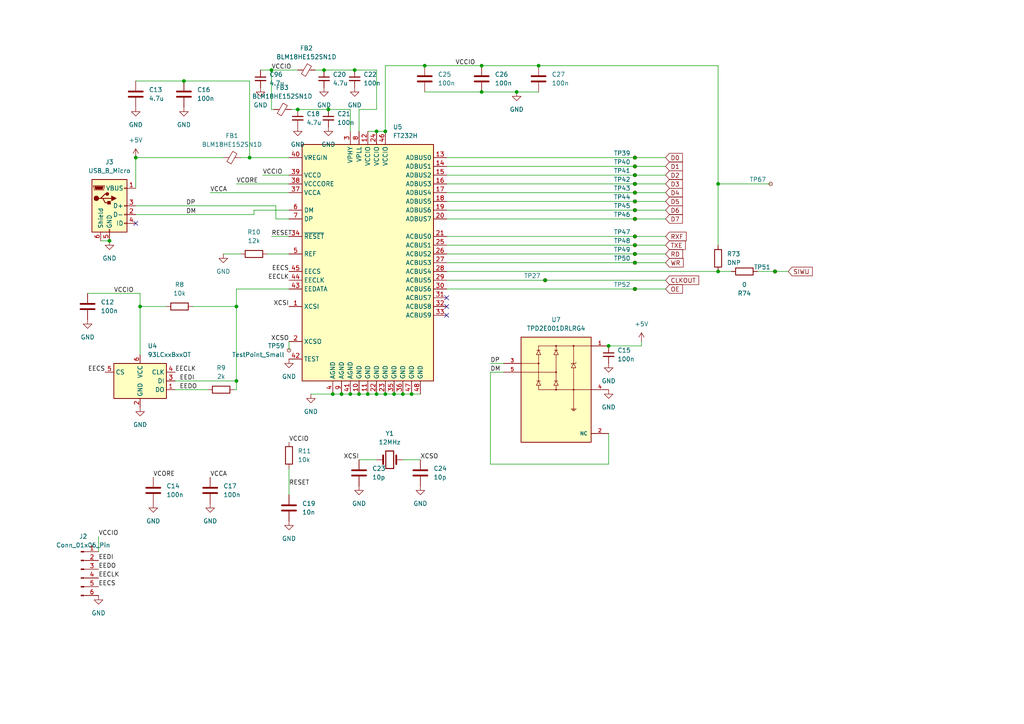
<source format=kicad_sch>
(kicad_sch (version 20231120) (generator "eeschema") (generator_version "8.0")
  (paper "A4")
  (lib_symbols
    (symbol "Connector:Conn_01x06_Pin" (pin_names (offset 1.016) hide)
      (property "Reference" "J" (at 0 7.62 0))
      (property "Value" "Conn_01x06_Pin" (at 0 -10.16 0))
      (symbol "Conn_01x06_Pin_1_1"
        (polyline (pts (xy 1.27 -7.62) (xy 0.8636 -7.62)) (stroke (width 0.1524)))
        (polyline (pts (xy 1.27 -5.08) (xy 0.8636 -5.08)) (stroke (width 0.1524)))
        (polyline (pts (xy 1.27 -2.54) (xy 0.8636 -2.54)) (stroke (width 0.1524)))
        (polyline (pts (xy 1.27 0) (xy 0.8636 0)) (stroke (width 0.1524)))
        (polyline (pts (xy 1.27 2.54) (xy 0.8636 2.54)) (stroke (width 0.1524)))
        (polyline (pts (xy 1.27 5.08) (xy 0.8636 5.08)) (stroke (width 0.1524)))
        (rectangle (start 0.8636 -7.493) (end 0 -7.747) (stroke (width 0.1524)) (fill (type outline)))
        (rectangle (start 0.8636 -4.953) (end 0 -5.207) (stroke (width 0.1524)) (fill (type outline)))
        (rectangle (start 0.8636 -2.413) (end 0 -2.667) (stroke (width 0.1524)) (fill (type outline)))
        (rectangle (start 0.8636 0.127) (end 0 -0.127) (stroke (width 0.1524)) (fill (type outline)))
        (rectangle (start 0.8636 2.667) (end 0 2.413) (stroke (width 0.1524)) (fill (type outline)))
        (rectangle (start 0.8636 5.207) (end 0 4.953) (stroke (width 0.1524)) (fill (type outline)))
        (pin passive line (at 5.08 5.08 180) (length 3.81) (name "Pin_1") (number "1"))
        (pin passive line (at 5.08 2.54 180) (length 3.81) (name "Pin_2") (number "2"))
        (pin passive line (at 5.08 0 180) (length 3.81) (name "Pin_3") (number "3"))
        (pin passive line (at 5.08 -2.54 180) (length 3.81) (name "Pin_4") (number "4"))
        (pin passive line (at 5.08 -5.08 180) (length 3.81) (name "Pin_5") (number "5"))
        (pin passive line (at 5.08 -7.62 180) (length 3.81) (name "Pin_6") (number "6"))
      )
    )
    (symbol "Connector:TestPoint_Small" (pin_numbers hide) (pin_names (offset 0.762) hide)
      (property "Reference" "TP" (at 0 3.81 0))
      (property "Value" "TestPoint_Small" (at 0 2.032 0))
      (symbol "TestPoint_Small_0_1"
        (circle (center 0 0) (radius 0.508))
      )
      (symbol "TestPoint_Small_1_1"
        (pin passive line (at 0 0 90) (length 0) (name "1") (number "1"))
      )
    )
    (symbol "Connector:USB_B_Micro" (pin_names (offset 1.016))
      (property "Reference" "J" (at -5.08 11.43 0))
      (property "Value" "USB_B_Micro" (at -5.08 8.89 0))
      (symbol "USB_B_Micro_0_1"
        (rectangle (start -5.08 -7.62) (end 5.08 7.62) (stroke (width 0.254)) (fill (type background)))
        (circle (center -3.81 2.159) (radius 0.635) (stroke (width 0.254)) (fill (type outline)))
        (circle (center -0.635 3.429) (radius 0.381) (stroke (width 0.254)) (fill (type outline)))
        (rectangle (start -0.127 -7.62) (end 0.127 -6.858))
        (polyline (pts (xy -1.905 2.159) (xy 0.635 2.159)) (stroke (width 0.254)))
        (polyline (pts (xy -3.175 2.159) (xy -2.54 2.159) (xy -1.27 3.429) (xy -0.635 3.429)) (stroke (width 0.254)))
        (polyline (pts (xy -2.54 2.159) (xy -1.905 2.159) (xy -1.27 0.889) (xy 0 0.889)) (stroke (width 0.254)))
        (polyline (pts (xy 0.635 2.794) (xy 0.635 1.524) (xy 1.905 2.159) (xy 0.635 2.794)) (stroke (width 0.254)) (fill (type outline)))
        (polyline (pts (xy -4.318 5.588) (xy -1.778 5.588) (xy -2.032 4.826) (xy -4.064 4.826) (xy -4.318 5.588)) (fill (type outline)))
        (polyline (pts (xy -4.699 5.842) (xy -4.699 5.588) (xy -4.445 4.826) (xy -4.445 4.572) (xy -1.651 4.572) (xy -1.651 4.826) (xy -1.397 5.588) (xy -1.397 5.842) (xy -4.699 5.842)))
        (rectangle (start 0.254 1.27) (end -0.508 0.508) (stroke (width 0.254)) (fill (type outline)))
        (rectangle (start 5.08 -5.207) (end 4.318 -4.953))
        (rectangle (start 5.08 -2.667) (end 4.318 -2.413))
        (rectangle (start 5.08 -0.127) (end 4.318 0.127))
        (rectangle (start 5.08 4.953) (end 4.318 5.207))
      )
      (symbol "USB_B_Micro_1_1"
        (pin power_out line (at 7.62 5.08 180) (length 2.54) (name "VBUS") (number "1"))
        (pin bidirectional line (at 7.62 -2.54 180) (length 2.54) (name "D-") (number "2"))
        (pin bidirectional line (at 7.62 0 180) (length 2.54) (name "D+") (number "3"))
        (pin passive line (at 7.62 -5.08 180) (length 2.54) (name "ID") (number "4"))
        (pin power_out line (at 0 -10.16 90) (length 2.54) (name "GND") (number "5"))
        (pin passive line (at -2.54 -10.16 90) (length 2.54) (name "Shield") (number "6"))
      )
    )
    (symbol "Device:C" (pin_numbers hide) (pin_names (offset 0.254))
      (property "Reference" "C" (at 0.635 2.54 0))
      (property "Value" "C" (at 0.635 -2.54 0))
      (symbol "C_0_1"
        (polyline (pts (xy -2.032 -0.762) (xy 2.032 -0.762)) (stroke (width 0.508)))
        (polyline (pts (xy -2.032 0.762) (xy 2.032 0.762)) (stroke (width 0.508)))
      )
      (symbol "C_1_1"
        (pin passive line (at 0 3.81 270) (length 2.794) (name "~") (number "1"))
        (pin passive line (at 0 -3.81 90) (length 2.794) (name "~") (number "2"))
      )
    )
    (symbol "Device:C_Small" (pin_numbers hide) (pin_names (offset 0.254) hide)
      (property "Reference" "C" (at 0.254 1.778 0))
      (property "Value" "C_Small" (at 0.254 -2.032 0))
      (symbol "C_Small_0_1"
        (polyline (pts (xy -1.524 -0.508) (xy 1.524 -0.508)) (stroke (width 0.3302)))
        (polyline (pts (xy -1.524 0.508) (xy 1.524 0.508)) (stroke (width 0.3048)))
      )
      (symbol "C_Small_1_1"
        (pin passive line (at 0 2.54 270) (length 2.032) (name "~") (number "1"))
        (pin passive line (at 0 -2.54 90) (length 2.032) (name "~") (number "2"))
      )
    )
    (symbol "Device:Crystal" (pin_numbers hide) (pin_names (offset 1.016) hide)
      (property "Reference" "Y" (at 0 3.81 0))
      (property "Value" "Crystal" (at 0 -3.81 0))
      (symbol "Crystal_0_1"
        (rectangle (start -1.143 2.54) (end 1.143 -2.54) (stroke (width 0.3048)))
        (polyline (pts (xy -2.54 0) (xy -1.905 0)))
        (polyline (pts (xy -1.905 -1.27) (xy -1.905 1.27)) (stroke (width 0.508)))
        (polyline (pts (xy 1.905 -1.27) (xy 1.905 1.27)) (stroke (width 0.508)))
        (polyline (pts (xy 2.54 0) (xy 1.905 0)))
      )
      (symbol "Crystal_1_1"
        (pin passive line (at -3.81 0 0) (length 1.27) (name "1") (number "1"))
        (pin passive line (at 3.81 0 180) (length 1.27) (name "2") (number "2"))
      )
    )
    (symbol "Device:FerriteBead_Small" (pin_numbers hide) (pin_names (offset 0))
      (property "Reference" "FB" (at 1.905 1.27 0))
      (property "Value" "FerriteBead_Small" (at 1.905 -1.27 0))
      (symbol "FerriteBead_Small_0_1"
        (polyline (pts (xy 0 -1.27) (xy 0 -0.7874)))
        (polyline (pts (xy 0 0.889) (xy 0 1.2954)))
        (polyline (pts (xy -1.8288 0.2794) (xy -1.1176 1.4986) (xy 1.8288 -0.2032) (xy 1.1176 -1.4224) (xy -1.8288 0.2794)))
      )
      (symbol "FerriteBead_Small_1_1"
        (pin passive line (at 0 2.54 270) (length 1.27) (name "~") (number "1"))
        (pin passive line (at 0 -2.54 90) (length 1.27) (name "~") (number "2"))
      )
    )
    (symbol "Device:R" (pin_numbers hide) (pin_names (offset 0))
      (property "Reference" "R" (at 2.032 0 90))
      (property "Value" "R" (at 0 0 90))
      (symbol "R_0_1"
        (rectangle (start -1.016 -2.54) (end 1.016 2.54) (stroke (width 0.254)))
      )
      (symbol "R_1_1"
        (pin passive line (at 0 3.81 270) (length 1.27) (name "~") (number "1"))
        (pin passive line (at 0 -3.81 90) (length 1.27) (name "~") (number "2"))
      )
    )
    (symbol "Interface_USB:FT232H"
      (property "Reference" "U" (at -19.05 35.56 0))
      (property "Value" "FT232H" (at 12.7 35.56 0))
      (symbol "FT232H_0_1"
        (rectangle (start -19.05 34.29) (end 19.05 -34.29) (stroke (width 0.254)) (fill (type background)))
      )
      (symbol "FT232H_1_1"
        (pin input line (at -22.86 -12.7 0) (length 3.81) (name "XCSI") (number "1"))
        (pin power_in line (at -2.54 -38.1 90) (length 3.81) (name "GND") (number "10"))
        (pin power_in line (at 0 -38.1 90) (length 3.81) (name "GND") (number "11"))
        (pin power_in line (at 0 38.1 270) (length 3.81) (name "VCCIO") (number "12"))
        (pin bidirectional line (at 22.86 30.48 180) (length 3.81) (name "ADBUS0") (number "13"))
        (pin bidirectional line (at 22.86 27.94 180) (length 3.81) (name "ADBUS1") (number "14"))
        (pin bidirectional line (at 22.86 25.4 180) (length 3.81) (name "ADBUS2") (number "15"))
        (pin bidirectional line (at 22.86 22.86 180) (length 3.81) (name "ADBUS3") (number "16"))
        (pin bidirectional line (at 22.86 20.32 180) (length 3.81) (name "ADBUS4") (number "17"))
        (pin bidirectional line (at 22.86 17.78 180) (length 3.81) (name "ADBUS5") (number "18"))
        (pin bidirectional line (at 22.86 15.24 180) (length 3.81) (name "ADBUS6") (number "19"))
        (pin output line (at -22.86 -22.86 0) (length 3.81) (name "XCSO") (number "2"))
        (pin bidirectional line (at 22.86 12.7 180) (length 3.81) (name "ADBUS7") (number "20"))
        (pin bidirectional line (at 22.86 7.62 180) (length 3.81) (name "ACBUS0") (number "21"))
        (pin power_in line (at 2.54 -38.1 90) (length 3.81) (name "GND") (number "22"))
        (pin power_in line (at 5.08 -38.1 90) (length 3.81) (name "GND") (number "23"))
        (pin power_in line (at 2.54 38.1 270) (length 3.81) (name "VCCIO") (number "24"))
        (pin bidirectional line (at 22.86 5.08 180) (length 3.81) (name "ACBUS1") (number "25"))
        (pin bidirectional line (at 22.86 2.54 180) (length 3.81) (name "ACBUS2") (number "26"))
        (pin bidirectional line (at 22.86 0 180) (length 3.81) (name "ACBUS3") (number "27"))
        (pin bidirectional line (at 22.86 -2.54 180) (length 3.81) (name "ACBUS4") (number "28"))
        (pin bidirectional line (at 22.86 -5.08 180) (length 3.81) (name "ACBUS5") (number "29"))
        (pin power_in line (at -5.08 38.1 270) (length 3.81) (name "VPHY") (number "3"))
        (pin bidirectional line (at 22.86 -7.62 180) (length 3.81) (name "ACBUS6") (number "30"))
        (pin bidirectional line (at 22.86 -10.16 180) (length 3.81) (name "ACBUS7") (number "31"))
        (pin bidirectional line (at 22.86 -12.7 180) (length 3.81) (name "ACBUS8") (number "32"))
        (pin bidirectional line (at 22.86 -15.24 180) (length 3.81) (name "ACBUS9") (number "33"))
        (pin input line (at -22.86 7.62 0) (length 3.81) (name "~{RESET}") (number "34"))
        (pin power_in line (at 7.62 -38.1 90) (length 3.81) (name "GND") (number "35"))
        (pin power_in line (at 10.16 -38.1 90) (length 3.81) (name "GND") (number "36"))
        (pin power_out line (at -22.86 20.32 0) (length 3.81) (name "VCCA") (number "37"))
        (pin power_out line (at -22.86 22.86 0) (length 3.81) (name "VCCCORE") (number "38"))
        (pin power_in line (at -22.86 25.4 0) (length 3.81) (name "VCCD") (number "39"))
        (pin power_in line (at -10.16 -38.1 90) (length 3.81) (name "AGND") (number "4"))
        (pin power_in line (at -22.86 30.48 0) (length 3.81) (name "VREGIN") (number "40"))
        (pin power_in line (at -5.08 -38.1 90) (length 3.81) (name "AGND") (number "41"))
        (pin input line (at -22.86 -27.94 0) (length 3.81) (name "TEST") (number "42"))
        (pin bidirectional line (at -22.86 -7.62 0) (length 3.81) (name "EEDATA") (number "43"))
        (pin input line (at -22.86 -5.08 0) (length 3.81) (name "EECLK") (number "44"))
        (pin input line (at -22.86 -2.54 0) (length 3.81) (name "EECS") (number "45"))
        (pin power_in line (at 5.08 38.1 270) (length 3.81) (name "VCCIO") (number "46"))
        (pin power_in line (at 12.7 -38.1 90) (length 3.81) (name "GND") (number "47"))
        (pin power_in line (at 15.24 -38.1 90) (length 3.81) (name "GND") (number "48"))
        (pin input line (at -22.86 2.54 0) (length 3.81) (name "REF") (number "5"))
        (pin bidirectional line (at -22.86 15.24 0) (length 3.81) (name "DM") (number "6"))
        (pin bidirectional line (at -22.86 12.7 0) (length 3.81) (name "DP") (number "7"))
        (pin power_in line (at -2.54 38.1 270) (length 3.81) (name "VPLL") (number "8"))
        (pin power_in line (at -7.62 -38.1 90) (length 3.81) (name "AGND") (number "9"))
      )
    )
    (symbol "Memory_EEPROM:93LCxxBxxOT"
      (property "Reference" "U" (at -6.35 6.35 0))
      (property "Value" "93LCxxBxxOT" (at 7.62 -6.35 0))
      (symbol "93LCxxBxxOT_0_1"
        (rectangle (start -7.62 5.08) (end 7.62 -5.08) (stroke (width 0.254)) (fill (type background)))
      )
      (symbol "93LCxxBxxOT_1_1"
        (pin tri_state line (at 10.16 -2.54 180) (length 2.54) (name "DO") (number "1"))
        (pin power_in line (at 0 -7.62 90) (length 2.54) (name "GND") (number "2"))
        (pin input line (at 10.16 0 180) (length 2.54) (name "DI") (number "3"))
        (pin input line (at 10.16 2.54 180) (length 2.54) (name "CLK") (number "4"))
        (pin input line (at -10.16 2.54 0) (length 2.54) (name "CS") (number "5"))
        (pin power_in line (at 0 7.62 270) (length 2.54) (name "VCC") (number "6"))
      )
    )
    (symbol "TPD2E001:TPD2E001DRLRG4" (pin_names (offset 1.016))
      (property "Reference" "U7" (at 0 20.32 0))
      (property "Value" "TPD2E001DRLRG4" (at 0 17.78 0))
      (symbol "TPD2E001DRLRG4_0_0"
        (rectangle (start -10.16 -15.24) (end 10.16 15.24) (stroke (width 0.254)) (fill (type background)))
        (circle (center -5.08 7.62) (radius 0.127) (stroke (width 0.254)))
        (polyline (pts (xy -5.715 1.27) (xy -5.08 1.27)) (stroke (width 0.1524)))
        (polyline (pts (xy -5.715 10.16) (xy -5.08 10.16)) (stroke (width 0.1524)))
        (polyline (pts (xy -5.08 0) (xy 0 0)) (stroke (width 0.1524)))
        (polyline (pts (xy -5.08 1.27) (xy -5.08 0)) (stroke (width 0.1524)))
        (polyline (pts (xy -5.08 1.27) (xy -4.445 1.27)) (stroke (width 0.1524)))
        (polyline (pts (xy -5.08 2.54) (xy -5.715 1.27)) (stroke (width 0.1524)))
        (polyline (pts (xy -5.08 2.54) (xy -5.588 2.54)) (stroke (width 0.1524)))
        (polyline (pts (xy -5.08 7.62) (xy -10.16 7.62)) (stroke (width 0.1524)))
        (polyline (pts (xy -5.08 7.62) (xy -5.08 2.54)) (stroke (width 0.1524)))
        (polyline (pts (xy -5.08 10.16) (xy -5.08 7.62)) (stroke (width 0.1524)))
        (polyline (pts (xy -5.08 10.16) (xy -4.445 10.16)) (stroke (width 0.1524)))
        (polyline (pts (xy -5.08 11.43) (xy -5.715 10.16)) (stroke (width 0.1524)))
        (polyline (pts (xy -5.08 11.43) (xy -5.588 11.43)) (stroke (width 0.1524)))
        (polyline (pts (xy -5.08 11.43) (xy -5.08 12.7)) (stroke (width 0.1524)))
        (polyline (pts (xy -5.08 12.7) (xy 0 12.7)) (stroke (width 0.1524)))
        (polyline (pts (xy -4.572 2.54) (xy -5.08 2.54)) (stroke (width 0.1524)))
        (polyline (pts (xy -4.572 11.43) (xy -5.08 11.43)) (stroke (width 0.1524)))
        (polyline (pts (xy -4.445 1.27) (xy -5.08 2.54)) (stroke (width 0.1524)))
        (polyline (pts (xy -4.445 10.16) (xy -5.08 11.43)) (stroke (width 0.1524)))
        (polyline (pts (xy -0.635 1.27) (xy 0 1.27)) (stroke (width 0.1524)))
        (polyline (pts (xy -0.635 10.16) (xy 0 10.16)) (stroke (width 0.1524)))
        (polyline (pts (xy 0 0) (xy 5.08 0)) (stroke (width 0.1524)))
        (polyline (pts (xy 0 1.27) (xy 0 0)) (stroke (width 0.1524)))
        (polyline (pts (xy 0 1.27) (xy 0.635 1.27)) (stroke (width 0.1524)))
        (polyline (pts (xy 0 2.54) (xy -0.635 1.27)) (stroke (width 0.1524)))
        (polyline (pts (xy 0 2.54) (xy -0.508 2.54)) (stroke (width 0.1524)))
        (polyline (pts (xy 0 5.08) (xy -10.16 5.08)) (stroke (width 0.1524)))
        (polyline (pts (xy 0 5.08) (xy 0 2.54)) (stroke (width 0.1524)))
        (polyline (pts (xy 0 10.16) (xy 0 5.08)) (stroke (width 0.1524)))
        (polyline (pts (xy 0 10.16) (xy 0.635 10.16)) (stroke (width 0.1524)))
        (polyline (pts (xy 0 11.43) (xy -0.635 10.16)) (stroke (width 0.1524)))
        (polyline (pts (xy 0 11.43) (xy -0.508 11.43)) (stroke (width 0.1524)))
        (polyline (pts (xy 0 11.43) (xy 0 12.7)) (stroke (width 0.1524)))
        (polyline (pts (xy 0 12.7) (xy 5.08 12.7)) (stroke (width 0.1524)))
        (polyline (pts (xy 0.508 2.54) (xy 0 2.54)) (stroke (width 0.1524)))
        (polyline (pts (xy 0.508 11.43) (xy 0 11.43)) (stroke (width 0.1524)))
        (polyline (pts (xy 0.635 1.27) (xy 0 2.54)) (stroke (width 0.1524)))
        (polyline (pts (xy 0.635 10.16) (xy 0 11.43)) (stroke (width 0.1524)))
        (polyline (pts (xy 4.445 6.35) (xy 5.715 6.35)) (stroke (width 0.1524)))
        (polyline (pts (xy 4.572 -5.842) (xy 5.588 -5.842)) (stroke (width 0.1524)))
        (polyline (pts (xy 4.572 7.62) (xy 4.318 7.366)) (stroke (width 0.1524)))
        (polyline (pts (xy 4.572 7.62) (xy 5.08 7.62)) (stroke (width 0.1524)))
        (polyline (pts (xy 4.826 -6.096) (xy 5.334 -6.096)) (stroke (width 0.1524)))
        (polyline (pts (xy 5.08 -5.588) (xy 4.318 -5.588)) (stroke (width 0.1524)))
        (polyline (pts (xy 5.08 -5.588) (xy 5.842 -5.588)) (stroke (width 0.1524)))
        (polyline (pts (xy 5.08 0) (xy 5.08 -5.588)) (stroke (width 0.1524)))
        (polyline (pts (xy 5.08 0) (xy 10.16 0)) (stroke (width 0.1524)))
        (polyline (pts (xy 5.08 6.35) (xy 5.08 0)) (stroke (width 0.1524)))
        (polyline (pts (xy 5.08 7.62) (xy 4.445 6.35)) (stroke (width 0.1524)))
        (polyline (pts (xy 5.08 7.62) (xy 5.08 12.7)) (stroke (width 0.1524)))
        (polyline (pts (xy 5.08 7.62) (xy 5.588 7.62)) (stroke (width 0.1524)))
        (polyline (pts (xy 5.08 12.7) (xy 10.16 12.7)) (stroke (width 0.1524)))
        (polyline (pts (xy 5.588 7.62) (xy 5.842 7.874)) (stroke (width 0.1524)))
        (polyline (pts (xy 5.715 6.35) (xy 5.08 7.62)) (stroke (width 0.1524)))
        (circle (center 0 0) (radius 0.127) (stroke (width 0.254)))
        (circle (center 0 5.08) (radius 0.127) (stroke (width 0.254)))
        (circle (center 0 12.7) (radius 0.127) (stroke (width 0.254)))
        (circle (center 5.08 0) (radius 0.127) (stroke (width 0.254)))
        (circle (center 5.08 12.7) (radius 0.127) (stroke (width 0.254)))
        (pin power_in line (at 15.24 12.7 180) (length 5.08) (name "~") (number "1"))
        (pin bidirectional line (at -15.24 7.62 0) (length 5.08) (name "~") (number "3"))
        (pin power_in line (at 15.24 0 180) (length 5.08) (name "~") (number "4"))
        (pin bidirectional line (at -15.24 5.08 0) (length 5.08) (name "~") (number "5"))
      )
      (symbol "TPD2E001DRLRG4_1_0"
        (pin input line (at 15.24 -12.7 180) (length 5.08) (name "NC") (number "2"))
      )
    )
    (symbol "power:+5V" (power) (pin_names (offset 0))
      (property "Value" "+5V" (at 0 3.556 0))
      (symbol "+5V_0_1"
        (polyline (pts (xy -0.762 1.27) (xy 0 2.54)))
        (polyline (pts (xy 0 0) (xy 0 2.54)))
        (polyline (pts (xy 0 2.54) (xy 0.762 1.27)))
      )
      (symbol "+5V_1_1"
        (pin power_in line (at 0 0 90) (length 0) hide (name "+5V") (number "1"))
      )
    )
    (symbol "power:GND" (power) (pin_names (offset 0))
      (property "Value" "GND" (at 0 -3.81 0))
      (symbol "GND_0_1"
        (polyline (pts (xy 0 0) (xy 0 -1.27) (xy 1.27 -1.27) (xy 0 -2.54) (xy -1.27 -1.27) (xy 0 -1.27)))
      )
      (symbol "GND_1_1"
        (pin power_in line (at 0 0 270) (length 0) hide (name "GND") (number "1"))
      )
    )
  )
  (junction (at 184.15 63.5))
  (junction (at 95.25 31.75))
  (junction (at 102.87 20.32))
  (junction (at 111.76 38.1))
  (junction (at 119.38 114.3))
  (junction (at 184.15 76.2))
  (junction (at 184.15 83.82))
  (junction (at 184.15 55.88))
  (junction (at 104.14 114.3))
  (junction (at 114.3 114.3))
  (junction (at 68.58 110.49))
  (junction (at 96.52 114.3))
  (junction (at 93.98 20.32))
  (junction (at 78.74 20.32))
  (junction (at 40.64 88.9))
  (junction (at 111.76 114.3))
  (junction (at 208.28 53.34))
  (junction (at 184.15 60.96))
  (junction (at 184.15 45.72))
  (junction (at 184.15 48.26))
  (junction (at 123.19 19.05))
  (junction (at 184.15 71.12))
  (junction (at 184.15 58.42))
  (junction (at 176.53 100.33))
  (junction (at 156.21 19.05))
  (junction (at 184.15 73.66))
  (junction (at 158.115 81.28))
  (junction (at 39.37 45.72))
  (junction (at 31.75 69.85))
  (junction (at 116.84 114.3))
  (junction (at 208.28 78.74))
  (junction (at 139.7 19.05))
  (junction (at 109.22 114.3))
  (junction (at 184.15 68.58))
  (junction (at 184.15 53.34))
  (junction (at 139.7 26.67))
  (junction (at 106.68 114.3))
  (junction (at 68.58 88.9))
  (junction (at 53.34 23.495))
  (junction (at 149.86 26.67))
  (junction (at 86.36 31.75))
  (junction (at 184.15 50.8))
  (junction (at 224.79 78.74))
  (junction (at 72.39 45.72))
  (junction (at 99.06 114.3))
  (junction (at 109.22 38.1))
  (junction (at 101.6 114.3))
  (no_connect (at 39.37 64.77))
  (no_connect (at 129.54 86.36))
  (no_connect (at 129.54 88.9))
  (no_connect (at 129.54 91.44))
  (wire (pts (xy 55.88 88.9) (xy 68.58 88.9)))
  (wire (pts (xy 78.74 20.32) (xy 86.36 20.32)))
  (wire (pts (xy 78.74 20.32) (xy 78.74 31.75)))
  (wire (pts (xy 73.66 62.23) (xy 73.66 60.96)))
  (wire (pts (xy 184.15 53.34) (xy 193.04 53.34)))
  (wire (pts (xy 186.055 99.06) (xy 186.055 100.33)))
  (wire (pts (xy 104.14 31.75) (xy 109.22 31.75)))
  (wire (pts (xy 129.54 45.72) (xy 184.15 45.72)))
  (wire (pts (xy 80.01 63.5) (xy 80.01 59.69)))
  (wire (pts (xy 68.58 113.03) (xy 68.58 110.49)))
  (wire (pts (xy 123.19 26.67) (xy 139.7 26.67)))
  (wire (pts (xy 39.37 45.72) (xy 64.77 45.72)))
  (wire (pts (xy 139.7 26.67) (xy 149.86 26.67)))
  (wire (pts (xy 129.54 53.34) (xy 184.15 53.34)))
  (wire (pts (xy 142.24 105.41) (xy 146.05 105.41)))
  (wire (pts (xy 40.64 88.9) (xy 40.64 102.87)))
  (wire (pts (xy 184.15 68.58) (xy 193.04 68.58)))
  (wire (pts (xy 67.945 113.03) (xy 68.58 113.03)))
  (wire (pts (xy 129.54 60.96) (xy 184.15 60.96)))
  (wire (pts (xy 60.96 55.88) (xy 83.82 55.88)))
  (wire (pts (xy 69.85 45.72) (xy 72.39 45.72)))
  (wire (pts (xy 101.6 114.3) (xy 104.14 114.3)))
  (wire (pts (xy 75.565 20.32) (xy 78.74 20.32)))
  (wire (pts (xy 224.79 78.74) (xy 228.6 78.74)))
  (wire (pts (xy 84.455 31.75) (xy 86.36 31.75)))
  (wire (pts (xy 208.28 19.05) (xy 208.28 53.34)))
  (wire (pts (xy 149.86 26.67) (xy 156.21 26.67)))
  (wire (pts (xy 129.54 55.88) (xy 184.15 55.88)))
  (wire (pts (xy 111.76 19.05) (xy 111.76 38.1)))
  (wire (pts (xy 176.53 134.62) (xy 142.24 134.62)))
  (wire (pts (xy 116.84 114.3) (xy 119.38 114.3)))
  (wire (pts (xy 29.21 69.85) (xy 31.75 69.85)))
  (wire (pts (xy 40.64 88.9) (xy 48.26 88.9)))
  (wire (pts (xy 184.15 76.2) (xy 193.04 76.2)))
  (wire (pts (xy 90.17 114.3) (xy 96.52 114.3)))
  (wire (pts (xy 219.71 78.74) (xy 224.79 78.74)))
  (wire (pts (xy 111.76 114.3) (xy 114.3 114.3)))
  (wire (pts (xy 53.34 23.495) (xy 72.39 23.495)))
  (wire (pts (xy 106.68 38.1) (xy 109.22 38.1)))
  (wire (pts (xy 114.3 114.3) (xy 116.84 114.3)))
  (wire (pts (xy 208.28 53.34) (xy 223.52 53.34)))
  (wire (pts (xy 50.8 113.03) (xy 60.325 113.03)))
  (wire (pts (xy 95.25 31.75) (xy 101.6 31.75)))
  (wire (pts (xy 184.15 63.5) (xy 193.04 63.5)))
  (wire (pts (xy 106.68 114.3) (xy 109.22 114.3)))
  (wire (pts (xy 184.15 48.26) (xy 193.04 48.26)))
  (wire (pts (xy 123.19 19.05) (xy 139.7 19.05)))
  (wire (pts (xy 184.15 60.96) (xy 193.04 60.96)))
  (wire (pts (xy 25.4 85.09) (xy 40.64 85.09)))
  (wire (pts (xy 129.54 71.12) (xy 184.15 71.12)))
  (wire (pts (xy 39.37 23.495) (xy 53.34 23.495)))
  (wire (pts (xy 102.87 20.32) (xy 109.22 20.32)))
  (wire (pts (xy 68.58 83.82) (xy 68.58 88.9)))
  (wire (pts (xy 104.14 38.1) (xy 104.14 31.75)))
  (wire (pts (xy 104.14 114.3) (xy 106.68 114.3)))
  (wire (pts (xy 129.54 68.58) (xy 184.15 68.58)))
  (wire (pts (xy 156.21 19.05) (xy 208.28 19.05)))
  (wire (pts (xy 139.7 19.05) (xy 156.21 19.05)))
  (wire (pts (xy 101.6 31.75) (xy 101.6 38.1)))
  (wire (pts (xy 40.64 85.09) (xy 40.64 88.9)))
  (wire (pts (xy 129.54 50.8) (xy 184.15 50.8)))
  (wire (pts (xy 129.54 48.26) (xy 184.15 48.26)))
  (wire (pts (xy 176.53 100.33) (xy 186.055 100.33)))
  (wire (pts (xy 184.15 58.42) (xy 193.04 58.42)))
  (wire (pts (xy 86.36 31.75) (xy 95.25 31.75)))
  (wire (pts (xy 39.37 62.23) (xy 73.66 62.23)))
  (wire (pts (xy 129.54 73.66) (xy 184.15 73.66)))
  (wire (pts (xy 109.22 31.75) (xy 109.22 20.32)))
  (wire (pts (xy 68.58 83.82) (xy 83.82 83.82)))
  (wire (pts (xy 119.38 114.3) (xy 121.92 114.3)))
  (wire (pts (xy 129.54 83.82) (xy 184.15 83.82)))
  (wire (pts (xy 96.52 114.3) (xy 99.06 114.3)))
  (wire (pts (xy 104.14 133.35) (xy 109.22 133.35)))
  (wire (pts (xy 176.53 125.73) (xy 176.53 134.62)))
  (wire (pts (xy 78.74 68.58) (xy 83.82 68.58)))
  (wire (pts (xy 208.28 78.74) (xy 212.09 78.74)))
  (wire (pts (xy 68.58 88.9) (xy 68.58 110.49)))
  (wire (pts (xy 129.54 63.5) (xy 184.15 63.5)))
  (wire (pts (xy 142.24 134.62) (xy 142.24 107.95)))
  (wire (pts (xy 72.39 45.72) (xy 83.82 45.72)))
  (wire (pts (xy 184.15 50.8) (xy 193.04 50.8)))
  (wire (pts (xy 91.44 20.32) (xy 93.98 20.32)))
  (wire (pts (xy 129.54 76.2) (xy 184.15 76.2)))
  (wire (pts (xy 184.15 83.82) (xy 193.04 83.82)))
  (wire (pts (xy 184.15 71.12) (xy 193.04 71.12)))
  (wire (pts (xy 72.39 23.495) (xy 72.39 45.72)))
  (wire (pts (xy 83.82 135.89) (xy 83.82 143.51)))
  (wire (pts (xy 78.74 31.75) (xy 79.375 31.75)))
  (wire (pts (xy 93.98 20.32) (xy 102.87 20.32)))
  (wire (pts (xy 39.37 54.61) (xy 39.37 45.72)))
  (wire (pts (xy 123.19 19.05) (xy 111.76 19.05)))
  (wire (pts (xy 208.28 53.34) (xy 208.28 71.12)))
  (wire (pts (xy 68.58 53.34) (xy 83.82 53.34)))
  (wire (pts (xy 73.66 60.96) (xy 83.82 60.96)))
  (wire (pts (xy 77.47 73.66) (xy 83.82 73.66)))
  (wire (pts (xy 99.06 114.3) (xy 101.6 114.3)))
  (wire (pts (xy 28.575 155.575) (xy 28.575 160.02)))
  (wire (pts (xy 129.54 58.42) (xy 184.15 58.42)))
  (wire (pts (xy 129.54 78.74) (xy 208.28 78.74)))
  (wire (pts (xy 184.15 73.66) (xy 193.04 73.66)))
  (wire (pts (xy 76.2 50.8) (xy 83.82 50.8)))
  (wire (pts (xy 64.77 73.66) (xy 69.85 73.66)))
  (wire (pts (xy 142.24 107.95) (xy 146.05 107.95)))
  (wire (pts (xy 109.22 114.3) (xy 111.76 114.3)))
  (wire (pts (xy 129.54 81.28) (xy 158.115 81.28)))
  (wire (pts (xy 184.15 45.72) (xy 193.04 45.72)))
  (wire (pts (xy 39.37 59.69) (xy 80.01 59.69)))
  (wire (pts (xy 158.115 81.28) (xy 193.04 81.28)))
  (wire (pts (xy 116.84 133.35) (xy 121.92 133.35)))
  (wire (pts (xy 184.15 55.88) (xy 193.04 55.88)))
  (wire (pts (xy 109.22 38.1) (xy 111.76 38.1)))
  (wire (pts (xy 83.82 101.6) (xy 83.82 99.06)))
  (wire (pts (xy 83.82 63.5) (xy 80.01 63.5)))
  (wire (pts (xy 50.8 110.49) (xy 68.58 110.49)))
  (label "VCCIO" (at 76.2 50.8 0))
  (label "EEDO" (at 52.07 113.03 0))
  (label "XCSO" (at 121.92 133.35 0))
  (label "VCCIO" (at 78.74 20.32 0))
  (label "VCORE" (at 68.58 53.34 0))
  (label "XCSI" (at 83.82 88.9 180))
  (label "RESET" (at 83.82 140.97 0))
  (label "EECLK" (at 28.575 167.64 0))
  (label "EECLK" (at 83.82 81.28 180))
  (label "RESET" (at 78.74 68.58 0))
  (label "DP" (at 53.975 59.69 0))
  (label "VCCIO" (at 83.82 128.27 0))
  (label "DM" (at 53.975 62.23 0))
  (label "DP" (at 142.24 105.41 0))
  (label "XCSO" (at 83.82 99.06 180))
  (label "EECLK" (at 50.8 107.95 0))
  (label "EECS" (at 28.575 170.18 0))
  (label "EEDO" (at 28.575 165.1 0))
  (label "VCORE" (at 44.45 138.43 0))
  (label "VCCIO" (at 28.575 155.575 0))
  (label "VCCA" (at 60.96 55.88 0))
  (label "VCCIO" (at 132.08 19.05 0))
  (label "EEDI" (at 52.07 110.49 0))
  (label "XCSI" (at 104.14 133.35 180))
  (label "DM" (at 142.24 107.95 0))
  (label "VCCIO" (at 33.02 85.09 0))
  (label "EECS" (at 83.82 78.74 180))
  (label "EEDI" (at 28.575 162.56 0))
  (label "EECS" (at 30.48 107.95 180))
  (label "VCCA" (at 60.96 138.43 0))
  (global_label "CLKOUT" (shape input) (at 193.04 81.28 0) (property "Intersheetrefs" "${INTERSHEET_REFS}" (effects (hide yes))))
  (global_label "RXF" (shape input) (at 193.04 68.58 0) (property "Intersheetrefs" "${INTERSHEET_REFS}" (effects (hide yes))))
  (global_label "D6" (shape input) (at 193.04 60.96 0) (property "Intersheetrefs" "${INTERSHEET_REFS}" (effects (hide yes))))
  (global_label "D3" (shape input) (at 193.04 53.34 0) (property "Intersheetrefs" "${INTERSHEET_REFS}" (effects (hide yes))))
  (global_label "OE" (shape input) (at 193.04 83.82 0) (property "Intersheetrefs" "${INTERSHEET_REFS}" (effects (hide yes))))
  (global_label "TXE" (shape input) (at 193.04 71.12 0) (property "Intersheetrefs" "${INTERSHEET_REFS}" (effects (hide yes))))
  (global_label "WR" (shape input) (at 193.04 76.2 0) (property "Intersheetrefs" "${INTERSHEET_REFS}" (effects (hide yes))))
  (global_label "D0" (shape input) (at 193.04 45.72 0) (property "Intersheetrefs" "${INTERSHEET_REFS}" (effects (hide yes))))
  (global_label "D4" (shape input) (at 193.04 55.88 0) (property "Intersheetrefs" "${INTERSHEET_REFS}" (effects (hide yes))))
  (global_label "RD" (shape input) (at 193.04 73.66 0) (property "Intersheetrefs" "${INTERSHEET_REFS}" (effects (hide yes))))
  (global_label "SIWU" (shape input) (at 228.6 78.74 0) (property "Intersheetrefs" "${INTERSHEET_REFS}" (effects (hide yes))))
  (global_label "D1" (shape input) (at 193.04 48.26 0) (property "Intersheetrefs" "${INTERSHEET_REFS}" (effects (hide yes))))
  (global_label "D5" (shape input) (at 193.04 58.42 0) (property "Intersheetrefs" "${INTERSHEET_REFS}" (effects (hide yes))))
  (global_label "D7" (shape input) (at 193.04 63.5 0) (property "Intersheetrefs" "${INTERSHEET_REFS}" (effects (hide yes))))
  (global_label "D2" (shape input) (at 193.04 50.8 0) (property "Intersheetrefs" "${INTERSHEET_REFS}" (effects (hide yes))))
  (symbol (lib_id "power:GND") (at 75.565 25.4 0) (unit 1)
    (property "Reference" "#PWR0134" (effects (hide yes)))
    (property "Value" "GND" (at 75.565 30.48 0))
  )
  (symbol (lib_id "Connector:TestPoint_Small") (at 223.52 53.34 0) (mirror x) (unit 1)
    (property "Reference" "TP67" (at 222.25 52.07 0) (effects (justify right)))
    (property "Value" "TestPoint_Small" (effects (hide yes)))
    (property "Footprint" "TestPoint:TestPoint_Pad_1.0x1.0mm" (effects (hide yes)))
  )
  (symbol (lib_id "Connector:TestPoint_Small") (at 184.15 68.58 0) (mirror x) (unit 1)
    (property "Reference" "TP47" (at 182.88 67.31 0) (effects (justify right)))
    (property "Value" "TestPoint_Small" (effects (hide yes)))
    (property "Footprint" "TestPoint:TestPoint_Pad_1.0x1.0mm" (effects (hide yes)))
  )
  (symbol (lib_id "Device:C") (at 156.21 22.86 0) (unit 1)
    (property "Reference" "C27" (at 160.02 21.59 0) (effects (justify left)))
    (property "Value" "100n" (at 160.02 24.13 0) (effects (justify left)))
    (property "Footprint" "Capacitor_SMD:C_0603_1608Metric" (effects (hide yes)))
  )
  (symbol (lib_id "Device:R") (at 208.28 74.93 0) (unit 1)
    (property "Reference" "R73" (at 210.82 73.66 0) (effects (justify left)))
    (property "Value" "DNP" (at 210.82 76.2 0) (effects (justify left)))
    (property "Footprint" "Resistor_SMD:R_0603_1608Metric" (effects (hide yes)))
  )
  (symbol (lib_id "Device:FerriteBead_Small") (at 88.9 20.32 90) (unit 1)
    (property "Reference" "FB2" (at 88.8619 13.97 90))
    (property "Value" "BLM18HE152SN1D" (at 88.8619 16.51 90))
    (property "Footprint" "Inductor_SMD:L_0603_1608Metric" (effects (hide yes)))
  )
  (symbol (lib_id "power:GND") (at 149.86 26.67 0) (unit 1)
    (property "Reference" "#PWR049" (effects (hide yes)))
    (property "Value" "GND" (at 149.86 31.75 0))
  )
  (symbol (lib_id "Device:C_Small") (at 176.53 102.87 0) (unit 1)
    (property "Reference" "C15" (at 179.07 101.6063 0) (effects (justify left)))
    (property "Value" "100n" (at 179.07 104.1463 0) (effects (justify left)))
    (property "Footprint" "Capacitor_SMD:C_0603_1608Metric" (effects (hide yes)))
  )
  (symbol (lib_id "Device:Crystal") (at 113.03 133.35 0) (unit 1)
    (property "Reference" "Y1" (at 113.03 125.73 0))
    (property "Value" "12MHz" (at 113.03 128.27 0))
    (property "Footprint" "Crystal:Crystal_SMD_3225-4Pin_3.2x2.5mm" (effects (hide yes)))
  )
  (symbol (lib_id "Device:R") (at 83.82 132.08 0) (unit 1)
    (property "Reference" "R11" (at 86.36 130.81 0) (effects (justify left)))
    (property "Value" "10k" (at 86.36 133.35 0) (effects (justify left)))
    (property "Footprint" "Resistor_SMD:R_0603_1608Metric" (effects (hide yes)))
  )
  (symbol (lib_id "power:GND") (at 44.45 146.05 0) (unit 1)
    (property "Reference" "#PWR035" (effects (hide yes)))
    (property "Value" "GND" (at 44.45 151.13 0))
  )
  (symbol (lib_id "power:GND") (at 60.96 146.05 0) (unit 1)
    (property "Reference" "#PWR038" (effects (hide yes)))
    (property "Value" "GND" (at 60.96 151.13 0))
  )
  (symbol (lib_id "Device:C") (at 121.92 137.16 0) (unit 1)
    (property "Reference" "C24" (at 125.73 135.89 0) (effects (justify left)))
    (property "Value" "10p" (at 125.73 138.43 0) (effects (justify left)))
    (property "Footprint" "Capacitor_SMD:C_0603_1608Metric" (effects (hide yes)))
  )
  (symbol (lib_id "Connector:TestPoint_Small") (at 184.15 58.42 0) (mirror x) (unit 1)
    (property "Reference" "TP44" (at 182.88 57.15 0) (effects (justify right)))
    (property "Value" "TestPoint_Small" (effects (hide yes)))
    (property "Footprint" "TestPoint:TestPoint_Pad_1.0x1.0mm" (effects (hide yes)))
  )
  (symbol (lib_id "Connector:TestPoint_Small") (at 184.15 73.66 0) (mirror x) (unit 1)
    (property "Reference" "TP49" (at 182.88 72.39 0) (effects (justify right)))
    (property "Value" "TestPoint_Small" (effects (hide yes)))
    (property "Footprint" "TestPoint:TestPoint_Pad_1.0x1.0mm" (effects (hide yes)))
  )
  (symbol (lib_id "Device:C") (at 39.37 27.305 0) (unit 1)
    (property "Reference" "C13" (at 43.18 26.035 0) (effects (justify left)))
    (property "Value" "4.7u" (at 43.18 28.575 0) (effects (justify left)))
    (property "Footprint" "Capacitor_SMD:C_0603_1608Metric" (effects (hide yes)))
  )
  (symbol (lib_id "Connector:TestPoint_Small") (at 184.15 71.12 0) (mirror x) (unit 1)
    (property "Reference" "TP48" (at 182.88 69.85 0) (effects (justify right)))
    (property "Value" "TestPoint_Small" (effects (hide yes)))
    (property "Footprint" "TestPoint:TestPoint_Pad_1.0x1.0mm" (effects (hide yes)))
  )
  (symbol (lib_id "Connector:USB_B_Micro") (at 31.75 59.69 0) (unit 1)
    (property "Reference" "J3" (at 31.75 46.99 0))
    (property "Value" "USB_B_Micro" (at 31.75 49.53 0))
    (property "Footprint" "Connector_USB:USB_Micro-B_Amphenol_10118193-0001LF_Horizontal" (effects (hide yes)))
  )
  (symbol (lib_id "Device:R") (at 52.07 88.9 90) (unit 1)
    (property "Reference" "R8" (at 52.07 82.55 90))
    (property "Value" "10k" (at 52.07 85.09 90))
    (property "Footprint" "Resistor_SMD:R_0603_1608Metric" (effects (hide yes)))
  )
  (symbol (lib_id "Connector:TestPoint_Small") (at 184.15 60.96 0) (mirror x) (unit 1)
    (property "Reference" "TP45" (at 182.88 59.69 0) (effects (justify right)))
    (property "Value" "TestPoint_Small" (effects (hide yes)))
    (property "Footprint" "TestPoint:TestPoint_Pad_1.0x1.0mm" (effects (hide yes)))
  )
  (symbol (lib_id "Connector:TestPoint_Small") (at 184.15 63.5 0) (mirror x) (unit 1)
    (property "Reference" "TP46" (at 182.88 62.23 0) (effects (justify right)))
    (property "Value" "TestPoint_Small" (effects (hide yes)))
    (property "Footprint" "TestPoint:TestPoint_Pad_1.0x1.0mm" (effects (hide yes)))
  )
  (symbol (lib_id "Device:C") (at 25.4 88.9 0) (unit 1)
    (property "Reference" "C12" (at 29.21 87.63 0) (effects (justify left)))
    (property "Value" "100n" (at 29.21 90.17 0) (effects (justify left)))
    (property "Footprint" "Capacitor_SMD:C_0603_1608Metric" (effects (hide yes)))
  )
  (symbol (lib_id "Connector:TestPoint_Small") (at 158.115 81.28 0) (mirror x) (unit 1)
    (property "Reference" "TP27" (at 156.845 80.01 0) (effects (justify right)))
    (property "Value" "TestPoint_Small" (effects (hide yes)))
    (property "Footprint" "TestPoint:TestPoint_Pad_1.0x1.0mm" (effects (hide yes)))
  )
  (symbol (lib_id "Connector:TestPoint_Small") (at 184.15 50.8 0) (mirror x) (unit 1)
    (property "Reference" "TP41" (at 182.88 49.53 0) (effects (justify right)))
    (property "Value" "TestPoint_Small" (effects (hide yes)))
    (property "Footprint" "TestPoint:TestPoint_Pad_1.0x1.0mm" (effects (hide yes)))
  )
  (symbol (lib_id "Interface_USB:FT232H") (at 106.68 76.2 0) (unit 1)
    (property "Reference" "U5" (at 113.9541 36.83 0) (effects (justify left)))
    (property "Value" "FT232H" (at 113.9541 39.37 0) (effects (justify left)))
    (property "Footprint" "Package_QFP:LQFP-48_7x7mm_P0.5mm" (effects (hide yes)))
    (property "Datasheet" "https://www.ftdichip.com/Support/Documents/DataSheets/ICs/DS_FT232H.pdf" (effects (hide yes)))
  )
  (symbol (lib_id "Device:C") (at 53.34 27.305 0) (unit 1)
    (property "Reference" "C16" (at 57.15 26.035 0) (effects (justify left)))
    (property "Value" "100n" (at 57.15 28.575 0) (effects (justify left)))
    (property "Footprint" "Capacitor_SMD:C_0603_1608Metric" (effects (hide yes)))
  )
  (symbol (lib_id "Device:C_Small") (at 93.98 22.86 0) (unit 1)
    (property "Reference" "C20" (at 96.52 21.5963 0) (effects (justify left)))
    (property "Value" "4.7u" (at 96.52 24.1363 0) (effects (justify left)))
    (property "Footprint" "Capacitor_SMD:C_0603_1608Metric" (effects (hide yes)))
  )
  (symbol (lib_id "Connector:TestPoint_Small") (at 184.15 48.26 0) (mirror x) (unit 1)
    (property "Reference" "TP40" (at 182.88 46.99 0) (effects (justify right)))
    (property "Value" "TestPoint_Small" (effects (hide yes)))
    (property "Footprint" "TestPoint:TestPoint_Pad_1.0x1.0mm" (effects (hide yes)))
  )
  (symbol (lib_id "Device:C_Small") (at 95.25 34.29 0) (unit 1)
    (property "Reference" "C21" (at 97.79 33.0263 0) (effects (justify left)))
    (property "Value" "100n" (at 97.79 35.5663 0) (effects (justify left)))
    (property "Footprint" "Capacitor_SMD:C_0603_1608Metric" (effects (hide yes)))
  )
  (symbol (lib_id "power:GND") (at 86.36 36.83 0) (unit 1)
    (property "Reference" "#PWR040" (effects (hide yes)))
    (property "Value" "GND" (at 86.36 41.91 0))
  )
  (symbol (lib_id "power:GND") (at 121.92 140.97 0) (unit 1)
    (property "Reference" "#PWR048" (effects (hide yes)))
    (property "Value" "GND" (at 121.92 146.05 0))
  )
  (symbol (lib_id "Device:R") (at 64.135 113.03 90) (unit 1)
    (property "Reference" "R9" (at 64.135 106.68 90))
    (property "Value" "2k" (at 64.135 109.22 90))
    (property "Footprint" "Resistor_SMD:R_0603_1608Metric" (effects (hide yes)))
  )
  (symbol (lib_id "Device:R") (at 73.66 73.66 90) (unit 1)
    (property "Reference" "R10" (at 73.66 67.31 90))
    (property "Value" "12k" (at 73.66 69.85 90))
    (property "Footprint" "Resistor_SMD:R_0603_1608Metric" (effects (hide yes)))
  )
  (symbol (lib_id "power:GND") (at 95.25 36.83 0) (unit 1)
    (property "Reference" "#PWR045" (effects (hide yes)))
    (property "Value" "GND" (at 95.25 41.91 0))
  )
  (symbol (lib_id "power:GND") (at 90.17 114.3 0) (unit 1)
    (property "Reference" "#PWR043" (effects (hide yes)))
    (property "Value" "GND" (at 90.17 119.38 0))
  )
  (symbol (lib_id "Device:C_Small") (at 102.87 22.86 0) (unit 1)
    (property "Reference" "C22" (at 105.41 21.5963 0) (effects (justify left)))
    (property "Value" "100n" (at 105.41 24.1363 0) (effects (justify left)))
    (property "Footprint" "Capacitor_SMD:C_0603_1608Metric" (effects (hide yes)))
  )
  (symbol (lib_id "Device:C_Small") (at 75.565 22.86 0) (unit 1)
    (property "Reference" "C96" (at 78.105 21.5963 0) (effects (justify left)))
    (property "Value" "4.7u" (at 78.105 24.1363 0) (effects (justify left)))
    (property "Footprint" "Capacitor_SMD:C_0603_1608Metric" (effects (hide yes)))
  )
  (symbol (lib_id "power:GND") (at 28.575 172.72 0) (unit 1)
    (property "Reference" "#PWR030" (effects (hide yes)))
    (property "Value" "GND" (at 28.575 177.8 0))
  )
  (symbol (lib_id "Connector:TestPoint_Small") (at 184.15 45.72 0) (mirror x) (unit 1)
    (property "Reference" "TP39" (at 182.88 44.45 0) (effects (justify right)))
    (property "Value" "TestPoint_Small" (effects (hide yes)))
    (property "Footprint" "TestPoint:TestPoint_Pad_1.0x1.0mm" (effects (hide yes)))
  )
  (symbol (lib_id "Device:C") (at 60.96 142.24 0) (unit 1)
    (property "Reference" "C17" (at 64.77 140.97 0) (effects (justify left)))
    (property "Value" "100n" (at 64.77 143.51 0) (effects (justify left)))
    (property "Footprint" "Capacitor_SMD:C_0603_1608Metric" (effects (hide yes)))
  )
  (symbol (lib_id "Device:C") (at 123.19 22.86 0) (unit 1)
    (property "Reference" "C25" (at 127 21.59 0) (effects (justify left)))
    (property "Value" "100n" (at 127 24.13 0) (effects (justify left)))
    (property "Footprint" "Capacitor_SMD:C_0603_1608Metric" (effects (hide yes)))
  )
  (symbol (lib_id "power:GND") (at 53.34 31.115 0) (unit 1)
    (property "Reference" "#PWR037" (effects (hide yes)))
    (property "Value" "GND" (at 53.34 36.195 0))
  )
  (symbol (lib_id "Device:FerriteBead_Small") (at 81.915 31.75 90) (unit 1)
    (property "Reference" "FB3" (at 81.8769 25.4 90))
    (property "Value" "BLM18HE152SN1D" (at 81.8769 27.94 90))
    (property "Footprint" "Inductor_SMD:L_0603_1608Metric" (effects (hide yes)))
  )
  (symbol (lib_id "power:GND") (at 83.82 104.14 0) (unit 1)
    (property "Reference" "#PWR041" (effects (hide yes)))
    (property "Value" "GND" (at 83.82 109.22 0))
  )
  (symbol (lib_id "Device:C_Small") (at 86.36 34.29 0) (unit 1)
    (property "Reference" "C18" (at 88.9 33.0263 0) (effects (justify left)))
    (property "Value" "4.7u" (at 88.9 35.5663 0) (effects (justify left)))
    (property "Footprint" "Capacitor_SMD:C_0603_1608Metric" (effects (hide yes)))
  )
  (symbol (lib_id "power:GND") (at 40.64 118.11 0) (unit 1)
    (property "Reference" "#PWR034" (effects (hide yes)))
    (property "Value" "GND" (at 40.64 123.19 0))
  )
  (symbol (lib_id "Device:R") (at 215.9 78.74 90) (mirror x) (unit 1)
    (property "Reference" "R74" (at 215.9 85.09 90))
    (property "Value" "0" (at 215.9 82.55 90))
    (property "Footprint" "Resistor_SMD:R_0603_1608Metric" (effects (hide yes)))
  )
  (symbol (lib_id "power:+5V") (at 39.37 45.72 0) (unit 1)
    (property "Reference" "#PWR033" (effects (hide yes)))
    (property "Value" "+5V" (at 39.37 40.64 0))
  )
  (symbol (lib_id "Device:C") (at 44.45 142.24 0) (unit 1)
    (property "Reference" "C14" (at 48.26 140.97 0) (effects (justify left)))
    (property "Value" "100n" (at 48.26 143.51 0) (effects (justify left)))
    (property "Footprint" "Capacitor_SMD:C_0603_1608Metric" (effects (hide yes)))
  )
  (symbol (lib_id "Device:C") (at 83.82 147.32 0) (unit 1)
    (property "Reference" "C19" (at 87.63 146.05 0) (effects (justify left)))
    (property "Value" "10n" (at 87.63 148.59 0) (effects (justify left)))
    (property "Footprint" "Capacitor_SMD:C_0603_1608Metric" (effects (hide yes)))
  )
  (symbol (lib_id "power:GND") (at 102.87 25.4 0) (unit 1)
    (property "Reference" "#PWR046" (effects (hide yes)))
    (property "Value" "GND" (at 102.87 30.48 0))
  )
  (symbol (lib_id "Memory_EEPROM:93LCxxBxxOT") (at 40.64 110.49 0) (unit 1)
    (property "Reference" "U4" (at 42.8341 100.33 0) (effects (justify left)))
    (property "Value" "93LCxxBxxOT" (at 42.8341 102.87 0) (effects (justify left)))
    (property "Footprint" "Package_TO_SOT_SMD:SOT-23-6" (effects (hide yes)))
    (property "Datasheet" "http://ww1.microchip.com/downloads/en/DeviceDoc/20001749K.pdf" (effects (hide yes)))
  )
  (symbol (lib_id "power:GND") (at 39.37 31.115 0) (unit 1)
    (property "Reference" "#PWR032" (effects (hide yes)))
    (property "Value" "GND" (at 39.37 36.195 0))
  )
  (symbol (lib_id "Device:FerriteBead_Small") (at 67.31 45.72 90) (unit 1)
    (property "Reference" "FB1" (at 67.2719 39.37 90))
    (property "Value" "BLM18HE152SN1D" (at 67.2719 41.91 90))
    (property "Footprint" "Inductor_SMD:L_0603_1608Metric" (effects (hide yes)))
  )
  (symbol (lib_id "Connector:TestPoint_Small") (at 184.15 76.2 0) (mirror x) (unit 1)
    (property "Reference" "TP50" (at 182.88 74.93 0) (effects (justify right)))
    (property "Value" "TestPoint_Small" (effects (hide yes)))
    (property "Footprint" "TestPoint:TestPoint_Pad_1.0x1.0mm" (effects (hide yes)))
  )
  (symbol (lib_id "Connector:TestPoint_Small") (at 184.15 53.34 0) (mirror x) (unit 1)
    (property "Reference" "TP42" (at 182.88 52.07 0) (effects (justify right)))
    (property "Value" "TestPoint_Small" (effects (hide yes)))
    (property "Footprint" "TestPoint:TestPoint_Pad_1.0x1.0mm" (effects (hide yes)))
  )
  (symbol (lib_id "power:GND") (at 83.82 151.13 0) (unit 1)
    (property "Reference" "#PWR042" (effects (hide yes)))
    (property "Value" "GND" (at 83.82 156.21 0))
  )
  (symbol (lib_id "Device:C") (at 139.7 22.86 0) (unit 1)
    (property "Reference" "C26" (at 143.51 21.59 0) (effects (justify left)))
    (property "Value" "100n" (at 143.51 24.13 0) (effects (justify left)))
    (property "Footprint" "Capacitor_SMD:C_0603_1608Metric" (effects (hide yes)))
  )
  (symbol (lib_id "Device:C") (at 104.14 137.16 0) (unit 1)
    (property "Reference" "C23" (at 107.95 135.89 0) (effects (justify left)))
    (property "Value" "10p" (at 107.95 138.43 0) (effects (justify left)))
    (property "Footprint" "Capacitor_SMD:C_0603_1608Metric" (effects (hide yes)))
  )
  (symbol (lib_id "power:GND") (at 93.98 25.4 0) (unit 1)
    (property "Reference" "#PWR044" (effects (hide yes)))
    (property "Value" "GND" (at 93.98 30.48 0))
  )
  (symbol (lib_id "power:+5V") (at 186.055 99.06 0) (unit 1)
    (property "Reference" "#PWR068" (effects (hide yes)))
    (property "Value" "+5V" (at 186.055 93.98 0))
  )
  (symbol (lib_id "power:GND") (at 31.75 69.85 0) (unit 1)
    (property "Reference" "#PWR031" (effects (hide yes)))
    (property "Value" "GND" (at 31.75 74.93 0))
  )
  (symbol (lib_id "power:GND") (at 104.14 140.97 0) (unit 1)
    (property "Reference" "#PWR047" (effects (hide yes)))
    (property "Value" "GND" (at 104.14 146.05 0))
  )
  (symbol (lib_id "TPD2E001:TPD2E001DRLRG4") (at 161.29 113.03 0) (unit 1)
    (property "Reference" "U7" (at 161.29 92.71 0))
    (property "Value" "TPD2E001DRLRG4" (at 161.29 95.25 0))
    (property "Footprint" "Package_TO_SOT_SMD:SOT-553" (effects (hide yes)))
    (property "Description" "\nLow-capacitance 2-channel +/-15k-V ESD protection array for high-speed data interfaces 5-SOT-5X3 -40 to 85\n" (effects (hide yes)))
    (property "MF" "Texas Instruments" (effects (hide yes)))
    (property "MAXIMUM_PACKAGE_HEIGHT" "0.6 mm" (effects (hide yes)))
    (property "Package" "SOT-5X3-5 Texas Instruments" (effects (hide yes)))
    (property "Price" "None" (effects (hide yes)))
    (property "Check_prices" "https://www.snapeda.com/parts/TPD2E001DRLRG4/Texas+Instruments/view-part/?ref=eda" (effects (hide yes)))
    (property "STANDARD" "IPC 7351B" (effects (hide yes)))
    (property "PARTREV" "I" (effects (hide yes)))
    (property "SnapEDA_Link" "https://www.snapeda.com/parts/TPD2E001DRLRG4/Texas+Instruments/view-part/?ref=snap" (effects (hide yes)))
    (property "MP" "TPD2E001DRLRG4" (effects (hide yes)))
    (property "Purchase-URL" "https://www.snapeda.com/api/url_track_click_mouser/?unipart_id=132451&manufacturer=Texas Instruments&part_name=TPD2E001DRLRG4&search_term=tpd2e001drlrg4" (effects (hide yes)))
    (property "Availability" "In Stock" (effects (hide yes)))
    (property "MANUFACTURER" "Texas Instruments" (effects (hide yes)))
  )
  (symbol (lib_id "Connector:TestPoint_Small") (at 184.15 55.88 0) (mirror x) (unit 1)
    (property "Reference" "TP43" (at 182.88 54.61 0) (effects (justify right)))
    (property "Value" "TestPoint_Small" (effects (hide yes)))
    (property "Footprint" "TestPoint:TestPoint_Pad_1.0x1.0mm" (effects (hide yes)))
  )
  (symbol (lib_id "Connector:TestPoint_Small") (at 224.79 78.74 0) (mirror x) (unit 1)
    (property "Reference" "TP51" (at 223.52 77.47 0) (effects (justify right)))
    (property "Value" "TestPoint_Small" (effects (hide yes)))
    (property "Footprint" "TestPoint:TestPoint_Pad_1.0x1.0mm" (effects (hide yes)))
  )
  (symbol (lib_id "Connector:Conn_01x06_Pin") (at 23.495 165.1 0) (unit 1)
    (property "Reference" "J2" (at 24.13 155.575 0))
    (property "Value" "Conn_01x06_Pin" (at 24.13 158.115 0))
    (property "Footprint" "Connector_PinSocket_2.54mm:PinSocket_1x06_P2.54mm_Vertical" (effects (hide yes)))
  )
  (symbol (lib_id "Connector:TestPoint_Small") (at 83.82 101.6 0) (mirror x) (unit 1)
    (property "Reference" "TP59" (at 82.55 100.33 0) (effects (justify right)))
    (property "Value" "TestPoint_Small" (at 82.55 102.87 0) (effects (justify right)))
    (property "Footprint" "TestPoint:TestPoint_Pad_2.0x2.0mm" (effects (hide yes)))
  )
  (symbol (lib_id "power:GND") (at 176.53 105.41 0) (unit 1)
    (property "Reference" "#PWR036" (effects (hide yes)))
    (property "Value" "GND" (at 176.53 110.49 0))
  )
  (symbol (lib_id "power:GND") (at 64.77 73.66 0) (unit 1)
    (property "Reference" "#PWR039" (effects (hide yes)))
    (property "Value" "GND" (at 64.77 78.74 0))
  )
  (symbol (lib_id "power:GND") (at 25.4 92.71 0) (unit 1)
    (property "Reference" "#PWR029" (effects (hide yes)))
    (property "Value" "GND" (at 25.4 97.79 0))
  )
  (symbol (lib_id "Connector:TestPoint_Small") (at 184.15 83.82 0) (mirror x) (unit 1)
    (property "Reference" "TP52" (at 182.88 82.55 0) (effects (justify right)))
    (property "Value" "TestPoint_Small" (effects (hide yes)))
    (property "Footprint" "TestPoint:TestPoint_Pad_1.0x1.0mm" (effects (hide yes)))
  )
  (symbol (lib_id "power:GND") (at 176.53 113.03 0) (unit 1)
    (property "Reference" "#PWR069" (effects (hide yes)))
    (property "Value" "GND" (at 176.53 118.11 0))
  )
)
</source>
